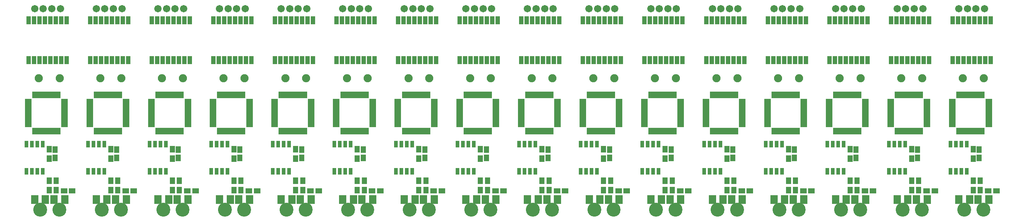
<source format=gbr>
G75*
G71*
%MOMM*%
%OFA0B0*%
%FSLAX53Y53*%
%IPPOS*%
%LPD*%
%ADD22R,1.30000X1.60000*%
%ADD23C,3.25000*%
%ADD25C,1.70800*%
%ADD26R,1.60000X1.00000*%
%ADD28R,1.60000X1.15000*%
%ADD29R,1.00000X1.60000*%
%ADD31C,0.10000*%
%ADD37C,1.90000*%
%ADD44R,1.15000X1.60000*%
%ADD46R,0.90800X1.54300*%
%ADD47R,1.00000X1.90000*%
%ADD48R,1.70000X2.10000*%
%LPD*%X0000000Y0000000D02*
%LPD*%
G01*
D31*
D44*
X0008030Y0016183D03*
X0008030Y0014283D03*
D28*
X0010128Y0006597D03*
X0012028Y0006597D03*
D22*
X0006633Y0016333D03*
X0006633Y0014133D03*
X0006633Y0008967D03*
X0006633Y0006767D03*
X0008284Y0008967D03*
X0008284Y0006767D03*
D46*
X0005109Y0011169D03*
X0003839Y0011169D03*
X0002569Y0011169D03*
X0001299Y0011169D03*
X0001299Y0017519D03*
X0002569Y0017519D03*
X0003839Y0017519D03*
X0005109Y0017519D03*
D29*
X0003198Y0020508D03*
X0003998Y0020508D03*
X0004798Y0020508D03*
X0005598Y0020508D03*
X0006398Y0020508D03*
X0007198Y0020508D03*
X0007998Y0020508D03*
X0008798Y0020508D03*
D26*
X0010248Y0021958D03*
X0010248Y0022758D03*
X0010248Y0023558D03*
X0010248Y0024358D03*
X0010248Y0025158D03*
X0010248Y0025958D03*
X0010248Y0026758D03*
X0010248Y0027558D03*
D29*
X0008798Y0029008D03*
X0007998Y0029008D03*
X0007198Y0029008D03*
X0006398Y0029008D03*
X0005598Y0029008D03*
X0004798Y0029008D03*
X0003998Y0029008D03*
X0003198Y0029008D03*
D26*
X0001748Y0027558D03*
X0001748Y0026758D03*
X0001748Y0025958D03*
X0001748Y0025158D03*
X0001748Y0024358D03*
X0001748Y0023558D03*
X0001748Y0022758D03*
X0001748Y0021958D03*
D47*
X0001807Y0037126D03*
X0003077Y0037126D03*
X0004347Y0037126D03*
X0005617Y0037126D03*
X0006887Y0037126D03*
X0008157Y0037126D03*
X0009427Y0037126D03*
X0010697Y0037126D03*
X0010697Y0046426D03*
X0009427Y0046426D03*
X0008157Y0046426D03*
X0006887Y0046426D03*
X0005617Y0046426D03*
X0004347Y0046426D03*
X0003077Y0046426D03*
X0001807Y0046426D03*
D23*
X0009010Y0002152D03*
X0004510Y0002152D03*
D48*
X0007760Y0004502D03*
X0005760Y0004502D03*
X0010260Y0004502D03*
X0003260Y0004502D03*
D25*
X0009252Y0049142D03*
X0007252Y0049142D03*
X0005252Y0049142D03*
X0003252Y0049142D03*
D37*
X0004220Y0032886D03*
X0009100Y0032886D03*
%LPD*%X0014400Y0000000D02*
%LPD*%
G01*
D31*
D44*
X0022430Y0016183D03*
X0022430Y0014283D03*
D28*
X0024528Y0006597D03*
X0026428Y0006597D03*
D22*
X0021033Y0016333D03*
X0021033Y0014133D03*
X0021033Y0008967D03*
X0021033Y0006767D03*
X0022684Y0008967D03*
X0022684Y0006767D03*
D46*
X0019509Y0011169D03*
X0018239Y0011169D03*
X0016969Y0011169D03*
X0015699Y0011169D03*
X0015699Y0017519D03*
X0016969Y0017519D03*
X0018239Y0017519D03*
X0019509Y0017519D03*
D29*
X0017598Y0020508D03*
X0018398Y0020508D03*
X0019198Y0020508D03*
X0019998Y0020508D03*
X0020798Y0020508D03*
X0021598Y0020508D03*
X0022398Y0020508D03*
X0023198Y0020508D03*
D26*
X0024648Y0021958D03*
X0024648Y0022758D03*
X0024648Y0023558D03*
X0024648Y0024358D03*
X0024648Y0025158D03*
X0024648Y0025958D03*
X0024648Y0026758D03*
X0024648Y0027558D03*
D29*
X0023198Y0029008D03*
X0022398Y0029008D03*
X0021598Y0029008D03*
X0020798Y0029008D03*
X0019998Y0029008D03*
X0019198Y0029008D03*
X0018398Y0029008D03*
X0017598Y0029008D03*
D26*
X0016148Y0027558D03*
X0016148Y0026758D03*
X0016148Y0025958D03*
X0016148Y0025158D03*
X0016148Y0024358D03*
X0016148Y0023558D03*
X0016148Y0022758D03*
X0016148Y0021958D03*
D47*
X0016207Y0037126D03*
X0017477Y0037126D03*
X0018747Y0037126D03*
X0020017Y0037126D03*
X0021287Y0037126D03*
X0022557Y0037126D03*
X0023827Y0037126D03*
X0025097Y0037126D03*
X0025097Y0046426D03*
X0023827Y0046426D03*
X0022557Y0046426D03*
X0021287Y0046426D03*
X0020017Y0046426D03*
X0018747Y0046426D03*
X0017477Y0046426D03*
X0016207Y0046426D03*
D23*
X0023410Y0002152D03*
X0018910Y0002152D03*
D48*
X0022160Y0004502D03*
X0020160Y0004502D03*
X0024660Y0004502D03*
X0017660Y0004502D03*
D25*
X0023652Y0049142D03*
X0021652Y0049142D03*
X0019652Y0049142D03*
X0017652Y0049142D03*
D37*
X0018620Y0032886D03*
X0023500Y0032886D03*
%LPD*%X0028800Y0000000D02*
%LPD*%
G01*
D31*
D44*
X0036830Y0016183D03*
X0036830Y0014283D03*
D28*
X0038928Y0006597D03*
X0040828Y0006597D03*
D22*
X0035433Y0016333D03*
X0035433Y0014133D03*
X0035433Y0008967D03*
X0035433Y0006767D03*
X0037084Y0008967D03*
X0037084Y0006767D03*
D46*
X0033909Y0011169D03*
X0032639Y0011169D03*
X0031369Y0011169D03*
X0030099Y0011169D03*
X0030099Y0017519D03*
X0031369Y0017519D03*
X0032639Y0017519D03*
X0033909Y0017519D03*
D29*
X0031998Y0020508D03*
X0032798Y0020508D03*
X0033598Y0020508D03*
X0034398Y0020508D03*
X0035198Y0020508D03*
X0035998Y0020508D03*
X0036798Y0020508D03*
X0037598Y0020508D03*
D26*
X0039048Y0021958D03*
X0039048Y0022758D03*
X0039048Y0023558D03*
X0039048Y0024358D03*
X0039048Y0025158D03*
X0039048Y0025958D03*
X0039048Y0026758D03*
X0039048Y0027558D03*
D29*
X0037598Y0029008D03*
X0036798Y0029008D03*
X0035998Y0029008D03*
X0035198Y0029008D03*
X0034398Y0029008D03*
X0033598Y0029008D03*
X0032798Y0029008D03*
X0031998Y0029008D03*
D26*
X0030548Y0027558D03*
X0030548Y0026758D03*
X0030548Y0025958D03*
X0030548Y0025158D03*
X0030548Y0024358D03*
X0030548Y0023558D03*
X0030548Y0022758D03*
X0030548Y0021958D03*
D47*
X0030607Y0037126D03*
X0031877Y0037126D03*
X0033147Y0037126D03*
X0034417Y0037126D03*
X0035687Y0037126D03*
X0036957Y0037126D03*
X0038227Y0037126D03*
X0039497Y0037126D03*
X0039497Y0046426D03*
X0038227Y0046426D03*
X0036957Y0046426D03*
X0035687Y0046426D03*
X0034417Y0046426D03*
X0033147Y0046426D03*
X0031877Y0046426D03*
X0030607Y0046426D03*
D23*
X0037810Y0002152D03*
X0033310Y0002152D03*
D48*
X0036560Y0004502D03*
X0034560Y0004502D03*
X0039060Y0004502D03*
X0032060Y0004502D03*
D25*
X0038052Y0049142D03*
X0036052Y0049142D03*
X0034052Y0049142D03*
X0032052Y0049142D03*
D37*
X0033020Y0032886D03*
X0037900Y0032886D03*
%LPD*%X0043200Y0000000D02*
%LPD*%
G01*
D31*
D44*
X0051230Y0016183D03*
X0051230Y0014283D03*
D28*
X0053328Y0006597D03*
X0055228Y0006597D03*
D22*
X0049833Y0016333D03*
X0049833Y0014133D03*
X0049833Y0008967D03*
X0049833Y0006767D03*
X0051484Y0008967D03*
X0051484Y0006767D03*
D46*
X0048309Y0011169D03*
X0047039Y0011169D03*
X0045769Y0011169D03*
X0044499Y0011169D03*
X0044499Y0017519D03*
X0045769Y0017519D03*
X0047039Y0017519D03*
X0048309Y0017519D03*
D29*
X0046398Y0020508D03*
X0047198Y0020508D03*
X0047998Y0020508D03*
X0048798Y0020508D03*
X0049598Y0020508D03*
X0050398Y0020508D03*
X0051198Y0020508D03*
X0051998Y0020508D03*
D26*
X0053448Y0021958D03*
X0053448Y0022758D03*
X0053448Y0023558D03*
X0053448Y0024358D03*
X0053448Y0025158D03*
X0053448Y0025958D03*
X0053448Y0026758D03*
X0053448Y0027558D03*
D29*
X0051998Y0029008D03*
X0051198Y0029008D03*
X0050398Y0029008D03*
X0049598Y0029008D03*
X0048798Y0029008D03*
X0047998Y0029008D03*
X0047198Y0029008D03*
X0046398Y0029008D03*
D26*
X0044948Y0027558D03*
X0044948Y0026758D03*
X0044948Y0025958D03*
X0044948Y0025158D03*
X0044948Y0024358D03*
X0044948Y0023558D03*
X0044948Y0022758D03*
X0044948Y0021958D03*
D47*
X0045007Y0037126D03*
X0046277Y0037126D03*
X0047547Y0037126D03*
X0048817Y0037126D03*
X0050087Y0037126D03*
X0051357Y0037126D03*
X0052627Y0037126D03*
X0053897Y0037126D03*
X0053897Y0046426D03*
X0052627Y0046426D03*
X0051357Y0046426D03*
X0050087Y0046426D03*
X0048817Y0046426D03*
X0047547Y0046426D03*
X0046277Y0046426D03*
X0045007Y0046426D03*
D23*
X0052210Y0002152D03*
X0047710Y0002152D03*
D48*
X0050960Y0004502D03*
X0048960Y0004502D03*
X0053460Y0004502D03*
X0046460Y0004502D03*
D25*
X0052452Y0049142D03*
X0050452Y0049142D03*
X0048452Y0049142D03*
X0046452Y0049142D03*
D37*
X0047420Y0032886D03*
X0052300Y0032886D03*
%LPD*%X0057600Y0000000D02*
%LPD*%
G01*
D31*
D44*
X0065630Y0016183D03*
X0065630Y0014283D03*
D28*
X0067728Y0006597D03*
X0069628Y0006597D03*
D22*
X0064233Y0016333D03*
X0064233Y0014133D03*
X0064233Y0008967D03*
X0064233Y0006767D03*
X0065884Y0008967D03*
X0065884Y0006767D03*
D46*
X0062709Y0011169D03*
X0061439Y0011169D03*
X0060169Y0011169D03*
X0058899Y0011169D03*
X0058899Y0017519D03*
X0060169Y0017519D03*
X0061439Y0017519D03*
X0062709Y0017519D03*
D29*
X0060798Y0020508D03*
X0061598Y0020508D03*
X0062398Y0020508D03*
X0063198Y0020508D03*
X0063998Y0020508D03*
X0064798Y0020508D03*
X0065598Y0020508D03*
X0066398Y0020508D03*
D26*
X0067848Y0021958D03*
X0067848Y0022758D03*
X0067848Y0023558D03*
X0067848Y0024358D03*
X0067848Y0025158D03*
X0067848Y0025958D03*
X0067848Y0026758D03*
X0067848Y0027558D03*
D29*
X0066398Y0029008D03*
X0065598Y0029008D03*
X0064798Y0029008D03*
X0063998Y0029008D03*
X0063198Y0029008D03*
X0062398Y0029008D03*
X0061598Y0029008D03*
X0060798Y0029008D03*
D26*
X0059348Y0027558D03*
X0059348Y0026758D03*
X0059348Y0025958D03*
X0059348Y0025158D03*
X0059348Y0024358D03*
X0059348Y0023558D03*
X0059348Y0022758D03*
X0059348Y0021958D03*
D47*
X0059407Y0037126D03*
X0060677Y0037126D03*
X0061947Y0037126D03*
X0063217Y0037126D03*
X0064487Y0037126D03*
X0065757Y0037126D03*
X0067027Y0037126D03*
X0068297Y0037126D03*
X0068297Y0046426D03*
X0067027Y0046426D03*
X0065757Y0046426D03*
X0064487Y0046426D03*
X0063217Y0046426D03*
X0061947Y0046426D03*
X0060677Y0046426D03*
X0059407Y0046426D03*
D23*
X0066610Y0002152D03*
X0062110Y0002152D03*
D48*
X0065360Y0004502D03*
X0063360Y0004502D03*
X0067860Y0004502D03*
X0060860Y0004502D03*
D25*
X0066852Y0049142D03*
X0064852Y0049142D03*
X0062852Y0049142D03*
X0060852Y0049142D03*
D37*
X0061820Y0032886D03*
X0066700Y0032886D03*
%LPD*%X0072000Y0000000D02*
%LPD*%
G01*
D31*
D44*
X0080030Y0016183D03*
X0080030Y0014283D03*
D28*
X0082128Y0006597D03*
X0084028Y0006597D03*
D22*
X0078633Y0016333D03*
X0078633Y0014133D03*
X0078633Y0008967D03*
X0078633Y0006767D03*
X0080284Y0008967D03*
X0080284Y0006767D03*
D46*
X0077109Y0011169D03*
X0075839Y0011169D03*
X0074569Y0011169D03*
X0073299Y0011169D03*
X0073299Y0017519D03*
X0074569Y0017519D03*
X0075839Y0017519D03*
X0077109Y0017519D03*
D29*
X0075198Y0020508D03*
X0075998Y0020508D03*
X0076798Y0020508D03*
X0077598Y0020508D03*
X0078398Y0020508D03*
X0079198Y0020508D03*
X0079998Y0020508D03*
X0080798Y0020508D03*
D26*
X0082248Y0021958D03*
X0082248Y0022758D03*
X0082248Y0023558D03*
X0082248Y0024358D03*
X0082248Y0025158D03*
X0082248Y0025958D03*
X0082248Y0026758D03*
X0082248Y0027558D03*
D29*
X0080798Y0029008D03*
X0079998Y0029008D03*
X0079198Y0029008D03*
X0078398Y0029008D03*
X0077598Y0029008D03*
X0076798Y0029008D03*
X0075998Y0029008D03*
X0075198Y0029008D03*
D26*
X0073748Y0027558D03*
X0073748Y0026758D03*
X0073748Y0025958D03*
X0073748Y0025158D03*
X0073748Y0024358D03*
X0073748Y0023558D03*
X0073748Y0022758D03*
X0073748Y0021958D03*
D47*
X0073807Y0037126D03*
X0075077Y0037126D03*
X0076347Y0037126D03*
X0077617Y0037126D03*
X0078887Y0037126D03*
X0080157Y0037126D03*
X0081427Y0037126D03*
X0082697Y0037126D03*
X0082697Y0046426D03*
X0081427Y0046426D03*
X0080157Y0046426D03*
X0078887Y0046426D03*
X0077617Y0046426D03*
X0076347Y0046426D03*
X0075077Y0046426D03*
X0073807Y0046426D03*
D23*
X0081010Y0002152D03*
X0076510Y0002152D03*
D48*
X0079760Y0004502D03*
X0077760Y0004502D03*
X0082260Y0004502D03*
X0075260Y0004502D03*
D25*
X0081252Y0049142D03*
X0079252Y0049142D03*
X0077252Y0049142D03*
X0075252Y0049142D03*
D37*
X0076220Y0032886D03*
X0081100Y0032886D03*
%LPD*%X0086400Y0000000D02*
%LPD*%
G01*
D31*
D44*
X0094430Y0016183D03*
X0094430Y0014283D03*
D28*
X0096528Y0006597D03*
X0098428Y0006597D03*
D22*
X0093033Y0016333D03*
X0093033Y0014133D03*
X0093033Y0008967D03*
X0093033Y0006767D03*
X0094684Y0008967D03*
X0094684Y0006767D03*
D46*
X0091509Y0011169D03*
X0090239Y0011169D03*
X0088969Y0011169D03*
X0087699Y0011169D03*
X0087699Y0017519D03*
X0088969Y0017519D03*
X0090239Y0017519D03*
X0091509Y0017519D03*
D29*
X0089598Y0020508D03*
X0090398Y0020508D03*
X0091198Y0020508D03*
X0091998Y0020508D03*
X0092798Y0020508D03*
X0093598Y0020508D03*
X0094398Y0020508D03*
X0095198Y0020508D03*
D26*
X0096648Y0021958D03*
X0096648Y0022758D03*
X0096648Y0023558D03*
X0096648Y0024358D03*
X0096648Y0025158D03*
X0096648Y0025958D03*
X0096648Y0026758D03*
X0096648Y0027558D03*
D29*
X0095198Y0029008D03*
X0094398Y0029008D03*
X0093598Y0029008D03*
X0092798Y0029008D03*
X0091998Y0029008D03*
X0091198Y0029008D03*
X0090398Y0029008D03*
X0089598Y0029008D03*
D26*
X0088148Y0027558D03*
X0088148Y0026758D03*
X0088148Y0025958D03*
X0088148Y0025158D03*
X0088148Y0024358D03*
X0088148Y0023558D03*
X0088148Y0022758D03*
X0088148Y0021958D03*
D47*
X0088207Y0037126D03*
X0089477Y0037126D03*
X0090747Y0037126D03*
X0092017Y0037126D03*
X0093287Y0037126D03*
X0094557Y0037126D03*
X0095827Y0037126D03*
X0097097Y0037126D03*
X0097097Y0046426D03*
X0095827Y0046426D03*
X0094557Y0046426D03*
X0093287Y0046426D03*
X0092017Y0046426D03*
X0090747Y0046426D03*
X0089477Y0046426D03*
X0088207Y0046426D03*
D23*
X0095410Y0002152D03*
X0090910Y0002152D03*
D48*
X0094160Y0004502D03*
X0092160Y0004502D03*
X0096660Y0004502D03*
X0089660Y0004502D03*
D25*
X0095652Y0049142D03*
X0093652Y0049142D03*
X0091652Y0049142D03*
X0089652Y0049142D03*
D37*
X0090620Y0032886D03*
X0095500Y0032886D03*
%LPD*%X0100800Y0000000D02*
%LPD*%
G01*
D31*
D44*
X0108830Y0016183D03*
X0108830Y0014283D03*
D28*
X0110928Y0006597D03*
X0112828Y0006597D03*
D22*
X0107433Y0016333D03*
X0107433Y0014133D03*
X0107433Y0008967D03*
X0107433Y0006767D03*
X0109084Y0008967D03*
X0109084Y0006767D03*
D46*
X0105909Y0011169D03*
X0104639Y0011169D03*
X0103369Y0011169D03*
X0102099Y0011169D03*
X0102099Y0017519D03*
X0103369Y0017519D03*
X0104639Y0017519D03*
X0105909Y0017519D03*
D29*
X0103998Y0020508D03*
X0104798Y0020508D03*
X0105598Y0020508D03*
X0106398Y0020508D03*
X0107198Y0020508D03*
X0107998Y0020508D03*
X0108798Y0020508D03*
X0109598Y0020508D03*
D26*
X0111048Y0021958D03*
X0111048Y0022758D03*
X0111048Y0023558D03*
X0111048Y0024358D03*
X0111048Y0025158D03*
X0111048Y0025958D03*
X0111048Y0026758D03*
X0111048Y0027558D03*
D29*
X0109598Y0029008D03*
X0108798Y0029008D03*
X0107998Y0029008D03*
X0107198Y0029008D03*
X0106398Y0029008D03*
X0105598Y0029008D03*
X0104798Y0029008D03*
X0103998Y0029008D03*
D26*
X0102548Y0027558D03*
X0102548Y0026758D03*
X0102548Y0025958D03*
X0102548Y0025158D03*
X0102548Y0024358D03*
X0102548Y0023558D03*
X0102548Y0022758D03*
X0102548Y0021958D03*
D47*
X0102607Y0037126D03*
X0103877Y0037126D03*
X0105147Y0037126D03*
X0106417Y0037126D03*
X0107687Y0037126D03*
X0108957Y0037126D03*
X0110227Y0037126D03*
X0111497Y0037126D03*
X0111497Y0046426D03*
X0110227Y0046426D03*
X0108957Y0046426D03*
X0107687Y0046426D03*
X0106417Y0046426D03*
X0105147Y0046426D03*
X0103877Y0046426D03*
X0102607Y0046426D03*
D23*
X0109810Y0002152D03*
X0105310Y0002152D03*
D48*
X0108560Y0004502D03*
X0106560Y0004502D03*
X0111060Y0004502D03*
X0104060Y0004502D03*
D25*
X0110052Y0049142D03*
X0108052Y0049142D03*
X0106052Y0049142D03*
X0104052Y0049142D03*
D37*
X0105020Y0032886D03*
X0109900Y0032886D03*
%LPD*%X0115200Y0000000D02*
%LPD*%
G01*
D31*
D44*
X0123230Y0016183D03*
X0123230Y0014283D03*
D28*
X0125328Y0006597D03*
X0127228Y0006597D03*
D22*
X0121833Y0016333D03*
X0121833Y0014133D03*
X0121833Y0008967D03*
X0121833Y0006767D03*
X0123484Y0008967D03*
X0123484Y0006767D03*
D46*
X0120309Y0011169D03*
X0119039Y0011169D03*
X0117769Y0011169D03*
X0116499Y0011169D03*
X0116499Y0017519D03*
X0117769Y0017519D03*
X0119039Y0017519D03*
X0120309Y0017519D03*
D29*
X0118398Y0020508D03*
X0119198Y0020508D03*
X0119998Y0020508D03*
X0120798Y0020508D03*
X0121598Y0020508D03*
X0122398Y0020508D03*
X0123198Y0020508D03*
X0123998Y0020508D03*
D26*
X0125448Y0021958D03*
X0125448Y0022758D03*
X0125448Y0023558D03*
X0125448Y0024358D03*
X0125448Y0025158D03*
X0125448Y0025958D03*
X0125448Y0026758D03*
X0125448Y0027558D03*
D29*
X0123998Y0029008D03*
X0123198Y0029008D03*
X0122398Y0029008D03*
X0121598Y0029008D03*
X0120798Y0029008D03*
X0119998Y0029008D03*
X0119198Y0029008D03*
X0118398Y0029008D03*
D26*
X0116948Y0027558D03*
X0116948Y0026758D03*
X0116948Y0025958D03*
X0116948Y0025158D03*
X0116948Y0024358D03*
X0116948Y0023558D03*
X0116948Y0022758D03*
X0116948Y0021958D03*
D47*
X0117007Y0037126D03*
X0118277Y0037126D03*
X0119547Y0037126D03*
X0120817Y0037126D03*
X0122087Y0037126D03*
X0123357Y0037126D03*
X0124627Y0037126D03*
X0125897Y0037126D03*
X0125897Y0046426D03*
X0124627Y0046426D03*
X0123357Y0046426D03*
X0122087Y0046426D03*
X0120817Y0046426D03*
X0119547Y0046426D03*
X0118277Y0046426D03*
X0117007Y0046426D03*
D23*
X0124210Y0002152D03*
X0119710Y0002152D03*
D48*
X0122960Y0004502D03*
X0120960Y0004502D03*
X0125460Y0004502D03*
X0118460Y0004502D03*
D25*
X0124452Y0049142D03*
X0122452Y0049142D03*
X0120452Y0049142D03*
X0118452Y0049142D03*
D37*
X0119420Y0032886D03*
X0124300Y0032886D03*
%LPD*%X0129600Y0000000D02*
%LPD*%
G01*
D31*
D44*
X0137630Y0016183D03*
X0137630Y0014283D03*
D28*
X0139728Y0006597D03*
X0141628Y0006597D03*
D22*
X0136233Y0016333D03*
X0136233Y0014133D03*
X0136233Y0008967D03*
X0136233Y0006767D03*
X0137884Y0008967D03*
X0137884Y0006767D03*
D46*
X0134709Y0011169D03*
X0133439Y0011169D03*
X0132169Y0011169D03*
X0130899Y0011169D03*
X0130899Y0017519D03*
X0132169Y0017519D03*
X0133439Y0017519D03*
X0134709Y0017519D03*
D29*
X0132798Y0020508D03*
X0133598Y0020508D03*
X0134398Y0020508D03*
X0135198Y0020508D03*
X0135998Y0020508D03*
X0136798Y0020508D03*
X0137598Y0020508D03*
X0138398Y0020508D03*
D26*
X0139848Y0021958D03*
X0139848Y0022758D03*
X0139848Y0023558D03*
X0139848Y0024358D03*
X0139848Y0025158D03*
X0139848Y0025958D03*
X0139848Y0026758D03*
X0139848Y0027558D03*
D29*
X0138398Y0029008D03*
X0137598Y0029008D03*
X0136798Y0029008D03*
X0135998Y0029008D03*
X0135198Y0029008D03*
X0134398Y0029008D03*
X0133598Y0029008D03*
X0132798Y0029008D03*
D26*
X0131348Y0027558D03*
X0131348Y0026758D03*
X0131348Y0025958D03*
X0131348Y0025158D03*
X0131348Y0024358D03*
X0131348Y0023558D03*
X0131348Y0022758D03*
X0131348Y0021958D03*
D47*
X0131407Y0037126D03*
X0132677Y0037126D03*
X0133947Y0037126D03*
X0135217Y0037126D03*
X0136487Y0037126D03*
X0137757Y0037126D03*
X0139027Y0037126D03*
X0140297Y0037126D03*
X0140297Y0046426D03*
X0139027Y0046426D03*
X0137757Y0046426D03*
X0136487Y0046426D03*
X0135217Y0046426D03*
X0133947Y0046426D03*
X0132677Y0046426D03*
X0131407Y0046426D03*
D23*
X0138610Y0002152D03*
X0134110Y0002152D03*
D48*
X0137360Y0004502D03*
X0135360Y0004502D03*
X0139860Y0004502D03*
X0132860Y0004502D03*
D25*
X0138852Y0049142D03*
X0136852Y0049142D03*
X0134852Y0049142D03*
X0132852Y0049142D03*
D37*
X0133820Y0032886D03*
X0138700Y0032886D03*
%LPD*%X0144000Y0000000D02*
%LPD*%
G01*
D31*
D44*
X0152030Y0016183D03*
X0152030Y0014283D03*
D28*
X0154128Y0006597D03*
X0156028Y0006597D03*
D22*
X0150633Y0016333D03*
X0150633Y0014133D03*
X0150633Y0008967D03*
X0150633Y0006767D03*
X0152284Y0008967D03*
X0152284Y0006767D03*
D46*
X0149109Y0011169D03*
X0147839Y0011169D03*
X0146569Y0011169D03*
X0145299Y0011169D03*
X0145299Y0017519D03*
X0146569Y0017519D03*
X0147839Y0017519D03*
X0149109Y0017519D03*
D29*
X0147198Y0020508D03*
X0147998Y0020508D03*
X0148798Y0020508D03*
X0149598Y0020508D03*
X0150398Y0020508D03*
X0151198Y0020508D03*
X0151998Y0020508D03*
X0152798Y0020508D03*
D26*
X0154248Y0021958D03*
X0154248Y0022758D03*
X0154248Y0023558D03*
X0154248Y0024358D03*
X0154248Y0025158D03*
X0154248Y0025958D03*
X0154248Y0026758D03*
X0154248Y0027558D03*
D29*
X0152798Y0029008D03*
X0151998Y0029008D03*
X0151198Y0029008D03*
X0150398Y0029008D03*
X0149598Y0029008D03*
X0148798Y0029008D03*
X0147998Y0029008D03*
X0147198Y0029008D03*
D26*
X0145748Y0027558D03*
X0145748Y0026758D03*
X0145748Y0025958D03*
X0145748Y0025158D03*
X0145748Y0024358D03*
X0145748Y0023558D03*
X0145748Y0022758D03*
X0145748Y0021958D03*
D47*
X0145807Y0037126D03*
X0147077Y0037126D03*
X0148347Y0037126D03*
X0149617Y0037126D03*
X0150887Y0037126D03*
X0152157Y0037126D03*
X0153427Y0037126D03*
X0154697Y0037126D03*
X0154697Y0046426D03*
X0153427Y0046426D03*
X0152157Y0046426D03*
X0150887Y0046426D03*
X0149617Y0046426D03*
X0148347Y0046426D03*
X0147077Y0046426D03*
X0145807Y0046426D03*
D23*
X0153010Y0002152D03*
X0148510Y0002152D03*
D48*
X0151760Y0004502D03*
X0149760Y0004502D03*
X0154260Y0004502D03*
X0147260Y0004502D03*
D25*
X0153252Y0049142D03*
X0151252Y0049142D03*
X0149252Y0049142D03*
X0147252Y0049142D03*
D37*
X0148220Y0032886D03*
X0153100Y0032886D03*
%LPD*%X0158400Y0000000D02*
%LPD*%
G01*
D31*
D44*
X0166430Y0016183D03*
X0166430Y0014283D03*
D28*
X0168528Y0006597D03*
X0170428Y0006597D03*
D22*
X0165033Y0016333D03*
X0165033Y0014133D03*
X0165033Y0008967D03*
X0165033Y0006767D03*
X0166684Y0008967D03*
X0166684Y0006767D03*
D46*
X0163509Y0011169D03*
X0162239Y0011169D03*
X0160969Y0011169D03*
X0159699Y0011169D03*
X0159699Y0017519D03*
X0160969Y0017519D03*
X0162239Y0017519D03*
X0163509Y0017519D03*
D29*
X0161598Y0020508D03*
X0162398Y0020508D03*
X0163198Y0020508D03*
X0163998Y0020508D03*
X0164798Y0020508D03*
X0165598Y0020508D03*
X0166398Y0020508D03*
X0167198Y0020508D03*
D26*
X0168648Y0021958D03*
X0168648Y0022758D03*
X0168648Y0023558D03*
X0168648Y0024358D03*
X0168648Y0025158D03*
X0168648Y0025958D03*
X0168648Y0026758D03*
X0168648Y0027558D03*
D29*
X0167198Y0029008D03*
X0166398Y0029008D03*
X0165598Y0029008D03*
X0164798Y0029008D03*
X0163998Y0029008D03*
X0163198Y0029008D03*
X0162398Y0029008D03*
X0161598Y0029008D03*
D26*
X0160148Y0027558D03*
X0160148Y0026758D03*
X0160148Y0025958D03*
X0160148Y0025158D03*
X0160148Y0024358D03*
X0160148Y0023558D03*
X0160148Y0022758D03*
X0160148Y0021958D03*
D47*
X0160207Y0037126D03*
X0161477Y0037126D03*
X0162747Y0037126D03*
X0164017Y0037126D03*
X0165287Y0037126D03*
X0166557Y0037126D03*
X0167827Y0037126D03*
X0169097Y0037126D03*
X0169097Y0046426D03*
X0167827Y0046426D03*
X0166557Y0046426D03*
X0165287Y0046426D03*
X0164017Y0046426D03*
X0162747Y0046426D03*
X0161477Y0046426D03*
X0160207Y0046426D03*
D23*
X0167410Y0002152D03*
X0162910Y0002152D03*
D48*
X0166160Y0004502D03*
X0164160Y0004502D03*
X0168660Y0004502D03*
X0161660Y0004502D03*
D25*
X0167652Y0049142D03*
X0165652Y0049142D03*
X0163652Y0049142D03*
X0161652Y0049142D03*
D37*
X0162620Y0032886D03*
X0167500Y0032886D03*
%LPD*%X0172800Y0000000D02*
%LPD*%
G01*
D31*
D44*
X0180830Y0016183D03*
X0180830Y0014283D03*
D28*
X0182928Y0006597D03*
X0184828Y0006597D03*
D22*
X0179433Y0016333D03*
X0179433Y0014133D03*
X0179433Y0008967D03*
X0179433Y0006767D03*
X0181084Y0008967D03*
X0181084Y0006767D03*
D46*
X0177909Y0011169D03*
X0176639Y0011169D03*
X0175369Y0011169D03*
X0174099Y0011169D03*
X0174099Y0017519D03*
X0175369Y0017519D03*
X0176639Y0017519D03*
X0177909Y0017519D03*
D29*
X0175998Y0020508D03*
X0176798Y0020508D03*
X0177598Y0020508D03*
X0178398Y0020508D03*
X0179198Y0020508D03*
X0179998Y0020508D03*
X0180798Y0020508D03*
X0181598Y0020508D03*
D26*
X0183048Y0021958D03*
X0183048Y0022758D03*
X0183048Y0023558D03*
X0183048Y0024358D03*
X0183048Y0025158D03*
X0183048Y0025958D03*
X0183048Y0026758D03*
X0183048Y0027558D03*
D29*
X0181598Y0029008D03*
X0180798Y0029008D03*
X0179998Y0029008D03*
X0179198Y0029008D03*
X0178398Y0029008D03*
X0177598Y0029008D03*
X0176798Y0029008D03*
X0175998Y0029008D03*
D26*
X0174548Y0027558D03*
X0174548Y0026758D03*
X0174548Y0025958D03*
X0174548Y0025158D03*
X0174548Y0024358D03*
X0174548Y0023558D03*
X0174548Y0022758D03*
X0174548Y0021958D03*
D47*
X0174607Y0037126D03*
X0175877Y0037126D03*
X0177147Y0037126D03*
X0178417Y0037126D03*
X0179687Y0037126D03*
X0180957Y0037126D03*
X0182227Y0037126D03*
X0183497Y0037126D03*
X0183497Y0046426D03*
X0182227Y0046426D03*
X0180957Y0046426D03*
X0179687Y0046426D03*
X0178417Y0046426D03*
X0177147Y0046426D03*
X0175877Y0046426D03*
X0174607Y0046426D03*
D23*
X0181810Y0002152D03*
X0177310Y0002152D03*
D48*
X0180560Y0004502D03*
X0178560Y0004502D03*
X0183060Y0004502D03*
X0176060Y0004502D03*
D25*
X0182052Y0049142D03*
X0180052Y0049142D03*
X0178052Y0049142D03*
X0176052Y0049142D03*
D37*
X0177020Y0032886D03*
X0181900Y0032886D03*
%LPD*%X0187200Y0000000D02*
%LPD*%
G01*
D31*
D44*
X0195230Y0016183D03*
X0195230Y0014283D03*
D28*
X0197328Y0006597D03*
X0199228Y0006597D03*
D22*
X0193833Y0016333D03*
X0193833Y0014133D03*
X0193833Y0008967D03*
X0193833Y0006767D03*
X0195484Y0008967D03*
X0195484Y0006767D03*
D46*
X0192309Y0011169D03*
X0191039Y0011169D03*
X0189769Y0011169D03*
X0188499Y0011169D03*
X0188499Y0017519D03*
X0189769Y0017519D03*
X0191039Y0017519D03*
X0192309Y0017519D03*
D29*
X0190398Y0020508D03*
X0191198Y0020508D03*
X0191998Y0020508D03*
X0192798Y0020508D03*
X0193598Y0020508D03*
X0194398Y0020508D03*
X0195198Y0020508D03*
X0195998Y0020508D03*
D26*
X0197448Y0021958D03*
X0197448Y0022758D03*
X0197448Y0023558D03*
X0197448Y0024358D03*
X0197448Y0025158D03*
X0197448Y0025958D03*
X0197448Y0026758D03*
X0197448Y0027558D03*
D29*
X0195998Y0029008D03*
X0195198Y0029008D03*
X0194398Y0029008D03*
X0193598Y0029008D03*
X0192798Y0029008D03*
X0191998Y0029008D03*
X0191198Y0029008D03*
X0190398Y0029008D03*
D26*
X0188948Y0027558D03*
X0188948Y0026758D03*
X0188948Y0025958D03*
X0188948Y0025158D03*
X0188948Y0024358D03*
X0188948Y0023558D03*
X0188948Y0022758D03*
X0188948Y0021958D03*
D47*
X0189007Y0037126D03*
X0190277Y0037126D03*
X0191547Y0037126D03*
X0192817Y0037126D03*
X0194087Y0037126D03*
X0195357Y0037126D03*
X0196627Y0037126D03*
X0197897Y0037126D03*
X0197897Y0046426D03*
X0196627Y0046426D03*
X0195357Y0046426D03*
X0194087Y0046426D03*
X0192817Y0046426D03*
X0191547Y0046426D03*
X0190277Y0046426D03*
X0189007Y0046426D03*
D23*
X0196210Y0002152D03*
X0191710Y0002152D03*
D48*
X0194960Y0004502D03*
X0192960Y0004502D03*
X0197460Y0004502D03*
X0190460Y0004502D03*
D25*
X0196452Y0049142D03*
X0194452Y0049142D03*
X0192452Y0049142D03*
X0190452Y0049142D03*
D37*
X0191420Y0032886D03*
X0196300Y0032886D03*
%LPD*%X0201600Y0000000D02*
%LPD*%
G01*
D31*
D44*
X0209630Y0016183D03*
X0209630Y0014283D03*
D28*
X0211728Y0006597D03*
X0213628Y0006597D03*
D22*
X0208233Y0016333D03*
X0208233Y0014133D03*
X0208233Y0008967D03*
X0208233Y0006767D03*
X0209884Y0008967D03*
X0209884Y0006767D03*
D46*
X0206709Y0011169D03*
X0205439Y0011169D03*
X0204169Y0011169D03*
X0202899Y0011169D03*
X0202899Y0017519D03*
X0204169Y0017519D03*
X0205439Y0017519D03*
X0206709Y0017519D03*
D29*
X0204798Y0020508D03*
X0205598Y0020508D03*
X0206398Y0020508D03*
X0207198Y0020508D03*
X0207998Y0020508D03*
X0208798Y0020508D03*
X0209598Y0020508D03*
X0210398Y0020508D03*
D26*
X0211848Y0021958D03*
X0211848Y0022758D03*
X0211848Y0023558D03*
X0211848Y0024358D03*
X0211848Y0025158D03*
X0211848Y0025958D03*
X0211848Y0026758D03*
X0211848Y0027558D03*
D29*
X0210398Y0029008D03*
X0209598Y0029008D03*
X0208798Y0029008D03*
X0207998Y0029008D03*
X0207198Y0029008D03*
X0206398Y0029008D03*
X0205598Y0029008D03*
X0204798Y0029008D03*
D26*
X0203348Y0027558D03*
X0203348Y0026758D03*
X0203348Y0025958D03*
X0203348Y0025158D03*
X0203348Y0024358D03*
X0203348Y0023558D03*
X0203348Y0022758D03*
X0203348Y0021958D03*
D47*
X0203407Y0037126D03*
X0204677Y0037126D03*
X0205947Y0037126D03*
X0207217Y0037126D03*
X0208487Y0037126D03*
X0209757Y0037126D03*
X0211027Y0037126D03*
X0212297Y0037126D03*
X0212297Y0046426D03*
X0211027Y0046426D03*
X0209757Y0046426D03*
X0208487Y0046426D03*
X0207217Y0046426D03*
X0205947Y0046426D03*
X0204677Y0046426D03*
X0203407Y0046426D03*
D23*
X0210610Y0002152D03*
X0206110Y0002152D03*
D48*
X0209360Y0004502D03*
X0207360Y0004502D03*
X0211860Y0004502D03*
X0204860Y0004502D03*
D25*
X0210852Y0049142D03*
X0208852Y0049142D03*
X0206852Y0049142D03*
X0204852Y0049142D03*
D37*
X0205820Y0032886D03*
X0210700Y0032886D03*
%LPD*%X0216000Y0000000D02*
%LPD*%
G01*
D31*
D44*
X0224030Y0016183D03*
X0224030Y0014283D03*
D28*
X0226128Y0006597D03*
X0228028Y0006597D03*
D22*
X0222633Y0016333D03*
X0222633Y0014133D03*
X0222633Y0008967D03*
X0222633Y0006767D03*
X0224284Y0008967D03*
X0224284Y0006767D03*
D46*
X0221109Y0011169D03*
X0219839Y0011169D03*
X0218569Y0011169D03*
X0217299Y0011169D03*
X0217299Y0017519D03*
X0218569Y0017519D03*
X0219839Y0017519D03*
X0221109Y0017519D03*
D29*
X0219198Y0020508D03*
X0219998Y0020508D03*
X0220798Y0020508D03*
X0221598Y0020508D03*
X0222398Y0020508D03*
X0223198Y0020508D03*
X0223998Y0020508D03*
X0224798Y0020508D03*
D26*
X0226248Y0021958D03*
X0226248Y0022758D03*
X0226248Y0023558D03*
X0226248Y0024358D03*
X0226248Y0025158D03*
X0226248Y0025958D03*
X0226248Y0026758D03*
X0226248Y0027558D03*
D29*
X0224798Y0029008D03*
X0223998Y0029008D03*
X0223198Y0029008D03*
X0222398Y0029008D03*
X0221598Y0029008D03*
X0220798Y0029008D03*
X0219998Y0029008D03*
X0219198Y0029008D03*
D26*
X0217748Y0027558D03*
X0217748Y0026758D03*
X0217748Y0025958D03*
X0217748Y0025158D03*
X0217748Y0024358D03*
X0217748Y0023558D03*
X0217748Y0022758D03*
X0217748Y0021958D03*
D47*
X0217807Y0037126D03*
X0219077Y0037126D03*
X0220347Y0037126D03*
X0221617Y0037126D03*
X0222887Y0037126D03*
X0224157Y0037126D03*
X0225427Y0037126D03*
X0226697Y0037126D03*
X0226697Y0046426D03*
X0225427Y0046426D03*
X0224157Y0046426D03*
X0222887Y0046426D03*
X0221617Y0046426D03*
X0220347Y0046426D03*
X0219077Y0046426D03*
X0217807Y0046426D03*
D23*
X0225010Y0002152D03*
X0220510Y0002152D03*
D48*
X0223760Y0004502D03*
X0221760Y0004502D03*
X0226260Y0004502D03*
X0219260Y0004502D03*
D25*
X0225252Y0049142D03*
X0223252Y0049142D03*
X0221252Y0049142D03*
X0219252Y0049142D03*
D37*
X0220220Y0032886D03*
X0225100Y0032886D03*
M02*

</source>
